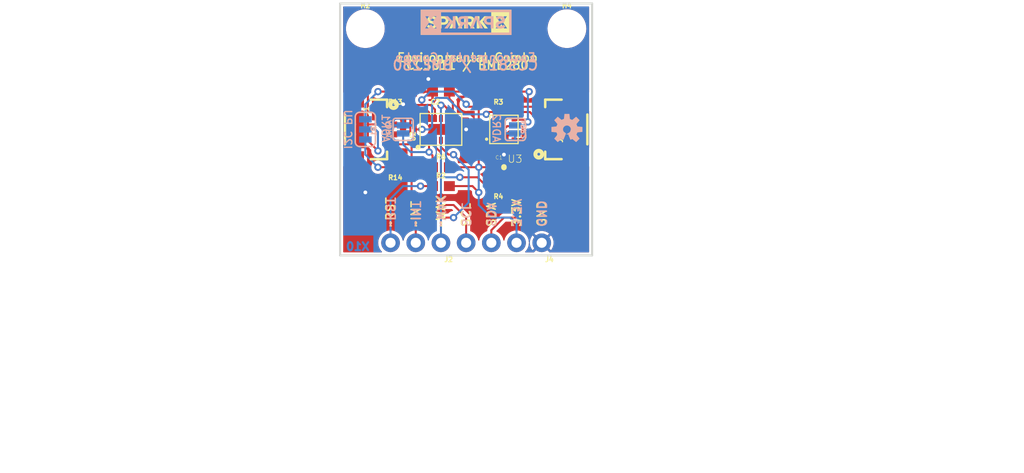
<source format=kicad_pcb>
(kicad_pcb (version 20211014) (generator pcbnew)
  (layers (0 "F.Cu" signal) (31 "B.Cu" signal) (34 "B.Paste" user) (35 "F.Paste" user) (36 "B.SilkS" user "B.Silkscreen") (37 "F.SilkS" user "F.Silkscreen") (38 "B.Mask" user) (39 "F.Mask" user) (44 "Edge.Cuts" user))
  (net 0 "")
  (net 1 "GND")
  (net 2 "SCL")
  (net 3 "SDA")
  (net 4 "3.3V")
  (net 5 "~{RST}")
  (net 6 "CCS811_ADDR")
  (net 7 "~{INT}")
  (net 8 "~{WAKE}")
  (net 9 "NTC_SENSE")
  (net 10 "N$4")
  (net 11 "N$5")
  (net 12 "SDO/ADR")
  (footprint "eagleBoard:1X04_1MM_RA" (layer "F.Cu") (at 156.1211 105.0036 90)
    (fp_text reference "J3" (at -1.397 2.159 90) (layer "F.SilkS") (effects (font (size 0.48768 0.48768) (thickness 0.12192)) (justify left bottom)))
    (fp_text value "JST")
    (fp_line (start -3 2) (end -3 0.35) (layer "F.SilkS") (width 0.254))
    (fp_line (start -3 0.35) (end -2.25 0.35) (layer "F.SilkS") (width 0.254))
    (fp_line (start -1.5 4.6) (end 1.5 4.6) (layer "F.SilkS") (width 0.254))
    (fp_line (start 2.25 0.35) (end 3 0.35) (layer "F.SilkS") (width 0.254))
    (fp_line (start 3 0.35) (end 3 2) (layer "F.SilkS") (width 0.254))
    (fp_circle (center -2.5 -0.3) (end -2.3586 -0.3) (layer "F.SilkS") (width 0.4) (fill none))
    (pad "1" smd rect (at -1.5 0 90) (size 0.6 1.35) (layers "F.Cu" "F.Paste" "F.Mask") (net 1 "GND"))
    (pad "2" smd rect (at -0.5 0 90) (size 0.6 1.35) (layers "F.Cu" "F.Paste" "F.Mask") (net 4 "3.3V"))
    (pad "3" smd rect (at 0.5 0 90) (size 0.6 1.35) (layers "F.Cu" "F.Paste" "F.Mask") (net 3 "SDA"))
    (pad "4" smd rect (at 1.5 0 90) (size 0.6 1.35) (layers "F.Cu" "F.Paste" "F.Mask") (net 2 "SCL"))
    (pad "NC1" smd rect (at 2.8 3.675 90) (size 1.2 2) (layers "F.Cu" "F.Paste" "F.Mask"))
    (pad "NC2" smd rect (at -2.8 3.675 90) (size 1.2 2) (layers "F.Cu" "F.Paste" "F.Mask"))
  )
  (footprint "eagleBoard:0603" (layer "F.Cu") (at 142.1511 101.1936 180)
    (fp_text reference "R13" (at 0 -0.762 180) (layer "F.SilkS") (effects (font (size 0.48768 0.48768) (thickness 0.12192)) (justify right top)))
    (fp_text value "4.7k")
    (pad "1" smd rect (at -0.85 0 180) (size 1.1 1) (layers "F.Cu" "F.Paste" "F.Mask") (net 3 "SDA"))
    (pad "2" smd rect (at 0.85 0 180) (size 1.1 1) (layers "F.Cu" "F.Paste" "F.Mask") (net 10 "N$4"))
  )
  (footprint "eagleBoard:CREATIVE_COMMONS" (layer "F.Cu") (at 121.8311 139.2936)
    (fp_text reference "FRAME1" hide)
    (fp_text value "FRAME-LETTER" hide)
  )
  (footprint "eagleBoard:0603-CAP" (layer "F.Cu") (at 152.3111 108.8136)
    (fp_text reference "C1" (at -0.889 -0.762) (layer "F.SilkS") (effects (font (size 0.373888 0.373888) (thickness 0.032512)) (justify left bottom)))
    (fp_text value "0.1uF")
    (fp_line (start 0 -0.0305) (end 0 0.0305) (layer "F.SilkS") (width 0.5588))
    (pad "1" smd rect (at -0.85 0) (size 1.1 1) (layers "F.Cu" "F.Paste" "F.Mask") (net 4 "3.3V"))
    (pad "2" smd rect (at 0.85 0) (size 1.1 1) (layers "F.Cu" "F.Paste" "F.Mask") (net 1 "GND"))
  )
  (footprint "eagleBoard:STAND-OFF" (layer "F.Cu") (at 158.6611 94.8436)
    (fp_text reference "H4" (at 0 -2.032) (layer "F.SilkS") (effects (font (size 0.48768 0.48768) (thickness 0.12192)) (justify bottom)))
    (fp_text value "STAND-OFF")
    (pad "" np_thru_hole circle (at 0 0) (size 3.302 3.302) (drill 3.302) (layers *.Cu *.Mask))
  )
  (footprint "eagleBoard:0603" (layer "F.Cu") (at 145.9611 110.7186)
    (fp_text reference "R2" (at 0 -0.762) (layer "F.SilkS") (effects (font (size 0.48768 0.48768) (thickness 0.12192)) (justify bottom)))
    (fp_text value "4.7k")
    (pad "1" smd rect (at -0.85 0) (size 1.1 1) (layers "F.Cu" "F.Paste" "F.Mask") (net 5 "~{RST}"))
    (pad "2" smd rect (at 0.85 0) (size 1.1 1) (layers "F.Cu" "F.Paste" "F.Mask") (net 4 "3.3V"))
  )
  (footprint "eagleBoard:LGA10" (layer "F.Cu") (at 145.9611 105.0036 90)
    (fp_text reference "U2" (at -1.27 -2.54 90) (layer "F.SilkS") (effects (font (size 0.48768 0.48768) (thickness 0.12192)) (justify left bottom)))
    (fp_text value "CCS811")
    (fp_line (start 1.6 -2.1) (end -1.6 -2.1) (layer "F.SilkS") (width 0.127))
    (fp_line (start 1.6 2.1) (end 1.6 -2.1) (layer "F.SilkS") (width 0.127))
    (fp_line (start -1.6 2.1) (end 1.6 2.1) (layer "F.SilkS") (width 0.127))
    (fp_line (start -1.6 -2.1) (end -1.6 2.1) (layer "F.SilkS") (width 0.127))
    (fp_circle (center -1.8 -2.3) (end -1.672525 -2.3) (layer "F.SilkS") (width 0.25495) (fill solid))
    (pad "1" smd rect (at -1.1 -1.2 90) (size 0.7 0.4) (layers "F.Cu" "F.Paste" "F.Mask") (net 6 "CCS811_ADDR"))
    (pad "2" smd rect (at -1.1 -0.6 90) (size 0.7 0.4) (layers "F.Cu" "F.Paste" "F.Mask") (net 5 "~{RST}"))
    (pad "3" smd rect (at -1.1 0 90) (size 0.7 0.4) (layers "F.Cu" "F.Paste" "F.Mask") (net 7 "~{INT}"))
    (pad "4" smd rect (at -1.1 0.6 90) (size 0.7 0.4) (layers "F.Cu" "F.Paste" "F.Mask") (net 9 "NTC_SENSE"))
    (pad "5" smd rect (at -1.1 1.2 90) (size 0.7 0.4) (layers "F.Cu" "F.Paste" "F.Mask") (net 9 "NTC_SENSE"))
    (pad "6" smd rect (at 1.1 1.2 270) (size 0.7 0.4) (layers "F.Cu" "F.Paste" "F.Mask") (net 4 "3.3V"))
    (pad "7" smd rect (at 1.1 0.6 270) (size 0.7 0.4) (layers "F.Cu" "F.Paste" "F.Mask") (net 8 "~{WAKE}"))
    (pad "8" smd rect (at 1.1 0 270) (size 0.7 0.4) (layers "F.Cu" "F.Paste" "F.Mask"))
    (pad "9" smd rect (at 1.1 -0.6 270) (size 0.7 0.4) (layers "F.Cu" "F.Paste" "F.Mask") (net 3 "SDA"))
    (pad "10" smd rect (at 1.1 -1.2 270) (size 0.7 0.4) (layers "F.Cu" "F.Paste" "F.Mask") (net 2 "SCL"))
    (pad "EP" smd rect (at 0 0 90) (size 1.1 2.45) (layers "F.Cu") (net 1 "GND"))
  )
  (footprint "eagleBoard:1X03_NO_SILK" (layer "F.Cu") (at 145.9611 116.4336 180)
    (fp_text reference "J2" (at -1.27 -1.397 180) (layer "F.SilkS") (effects (font (size 0.48768 0.48768) (thickness 0.12192)) (justify right top)))
    (fp_text value "CCS811 Options")
    (pad "1" thru_hole circle (at 0 0 270) (size 1.8796 1.8796) (drill 1.016) (layers *.Cu *.Mask) (net 8 "~{WAKE}"))
    (pad "2" thru_hole circle (at 2.54 0 270) (size 1.8796 1.8796) (drill 1.016) (layers *.Cu *.Mask) (net 7 "~{INT}"))
    (pad "3" thru_hole circle (at 5.08 0 270) (size 1.8796 1.8796) (drill 1.016) (layers *.Cu *.Mask) (net 5 "~{RST}"))
  )
  (footprint "eagleBoard:SPARKX-MEDIUM" (layer "F.Cu") (at 148.5011 94.2086)
    (fp_text reference "U$1" hide)
    (fp_text value "SPARKX-LOGO4" hide)
    (fp_poly (pts (xy 1.344596 -0.295634) (xy 1.064846 -0.295634) (xy 1.064846 -0.617646) (xy 1.344596 -0.617646)) (layer "F.SilkS") (width 0) (fill solid))
    (fp_poly (pts (xy -0.768357 -0.295634) (xy -1.305603 -0.295634) (xy -1.164592 -0.62679) (xy -0.909265 -0.62679)) (layer "F.SilkS") (width 0) (fill solid))
    (fp_poly (pts (xy -2.145499 -0.611403) (xy -2.052069 -0.588123) (xy -1.971014 -0.550421) (xy -1.903114 -0.500214) (xy -1.848543 -0.437616) (xy -1.808605 -0.364015) (xy -1.788713 -0.295634) (xy -2.099613 -0.295634) (xy -2.116482 -0.317948) (xy -2.18378 -0.352785) (xy -2.273523 -0.364418) (xy -2.476681 -0.364418) (xy -2.476681 -0.295634) (xy -2.757343 -0.295634) (xy -2.757343 -0.619478) (xy -2.251062 -0.619478)) (layer "F.SilkS") (width 0) (fill solid))
    (fp_poly (pts (xy -0.379228 0.618562) (xy -0.672701 0.618562) (xy -1.040587 -0.283936) (xy -1.408473 0.618562) (xy -1.69463 0.618562) (xy -1.301346 -0.305634) (xy -0.772612 -0.305634)) (layer "F.SilkS") (width 0) (fill solid))
    (fp_poly (pts (xy -3.63614 -0.28381) (xy -3.63614 -0.281243) (xy -3.625594 -0.231145) (xy -3.586256 -0.193557) (xy -3.506021 -0.161102) (xy -3.375421 -0.124571) (xy -3.20837 -0.069497) (xy -3.084773 0.004288) (xy -3.039813 0.051736) (xy -3.007425 0.106786) (xy -2.98779 0.171058) (xy -2.981431 0.246677) (xy -2.981431 0.254442) (xy -2.989734 0.340975) (xy -3.014776 0.418156) (xy -3.054999 0.484064) (xy -3.108523 0.538825) (xy -3.174819 0.581443) (xy -3.251936 0.612864) (xy -3.339283 0.632345) (xy -3.435454 0.638692) (xy -3.575258 0.62643) (xy -3.712363 0.589929) (xy -3.841957 0.528456) (xy -3.962905 0.437932) (xy -3.797445 0.239191) (xy -3.70858 0.303299) (xy -3.621793 0.350171) (xy -3.529975 0.379937) (xy -3.429933 0.389994) (xy -3.35618 0.382097) (xy -3.302034 0.35971) (xy -3.268752 0.325074) (xy -3.257521 0.278298) (xy -3.257521 0.275769) (xy -3.267162 0.231061) (xy -3.302086 0.195266) (xy -3.376797 0.161061) (xy -3.501746 0.12458) (xy -3.671424 0.073219) (xy -3.800513 0.00314) (xy -3.847977 -0.043804) (xy -3.883465 -0.101229) (xy -3.90566 -0.17153) (xy -3.913146 -0.255809) (xy -3.913146 -0.259925) (xy -3.908835 -0.305634) (xy -3.631093 -0.305634)) (layer "F.SilkS") (width 0) (fill solid))
    (fp_poly (pts (xy 2.973067 0.608562) (xy 3.267199 0.608562) (xy 3.54697 0.183826) (xy 3.824894 0.608562) (xy 4.130023 0.608562) (xy 3.795558 0.11824) (xy 4.577 0.11824) (xy 4.577 1.270528) (xy 2.441934 1.270528) (xy 2.441934 1.025528) (xy 2.524231 1.025528) (xy 2.524231 0.11824) (xy 3.309564 0.11824)) (layer "F.SilkS") (width 0) (fill solid))
    (fp_poly (pts (xy 1.344596 -0.089545) (xy 1.545187 -0.305634) (xy 1.874867 -0.305634) (xy 1.669821 -0.091935) (xy 2.195332 0.618562) (xy 1.859174 0.618562) (xy 1.480797 0.099201) (xy 1.344596 0.240675) (xy 1.344596 0.618562) (xy 1.064846 0.618562) (xy 1.064846 -0.305634) (xy 1.344596 -0.305634)) (layer "F.SilkS") (width 0) (fill solid))
    (fp_poly (pts (xy -2.476681 0.000487) (xy -2.268076 0.000487) (xy -2.179495 -0.012423) (xy -2.113916 -0.051299) (xy -2.073186 -0.109683) (xy -2.059656 -0.180607) (xy -2.059656 -0.183345) (xy -2.07389 -0.261685) (xy -2.107186 -0.305634) (xy -1.791612 -0.305634) (xy -1.784441 -0.28073) (xy -1.77625 -0.189505) (xy -1.77625 -0.16442) (xy -1.778857 -0.169639) (xy -1.786895 -0.086136) (xy -1.816007 0.002126) (xy -1.862432 0.077275) (xy -1.923461 0.139229) (xy -1.997168 0.187031) (xy -2.082436 0.221506) (xy -2.177086 0.2422) (xy -2.277599 0.249143) (xy -2.477596 0.249143) (xy -2.477596 0.616734) (xy -2.757343 0.616734) (xy -2.757343 -0.305634) (xy -2.476681 -0.305634)) (layer "F.SilkS") (width 0) (fill solid))
    (fp_poly (pts (xy 0.467247 -0.610908) (xy 0.559405 -0.590713) (xy 0.639462 -0.556901) (xy 0.707412 -0.509438) (xy 0.761528 -0.449759) (xy 0.800081 -0.379455) (xy 0.823889 -0.295634) (xy 0.513044 -0.295634) (xy 0.49326 -0.321553) (xy 0.427917 -0.353583) (xy 0.339846 -0.364418) (xy 0.077237 -0.364418) (xy 0.077237 -0.295634) (xy -0.202509 -0.295634) (xy -0.202509 -0.617646) (xy 0.363177 -0.617646)) (layer "F.SilkS") (width 0) (fill solid))
    (fp_poly (pts (xy 0.077237 -0.022375) (xy 0.345303 -0.022375) (xy 0.432552 -0.034292) (xy 0.495867 -0.068766) (xy 0.534478 -0.122507) (xy 0.547296 -0.191568) (xy 0.547296 -0.193407) (xy 0.533775 -0.268583) (xy 0.505388 -0.305634) (xy 0.820956 -0.305634) (xy 0.823121 -0.298646) (xy 0.830703 -0.207776) (xy 0.830703 -0.203573) (xy 0.812152 -0.067471) (xy 0.756624 0.041423) (xy 0.671694 0.123367) (xy 0.569647 0.177363) (xy 0.871762 0.618562) (xy 0.544141 0.618562) (xy 0.281707 0.226284) (xy 0.077237 0.226284) (xy 0.077237 0.618562) (xy -0.202509 0.618562) (xy -0.202509 -0.305634) (xy 0.077237 -0.305634)) (layer "F.SilkS") (width 0) (fill solid))
    (fp_poly (pts (xy -3.164101 -0.264097) (xy -3.239432 -0.305634) (xy -3.135518 -0.305634)) (layer "F.SilkS") (width 0) (fill solid))
    (fp_poly (pts (xy -3.350864 -0.623897) (xy -3.231664 -0.593614) (xy -3.122681 -0.544594) (xy -3.018757 -0.474993) (xy -3.142402 -0.295634) (xy -3.221295 -0.295634) (xy -3.328541 -0.354727) (xy -3.406214 -0.378309) (xy -3.483831 -0.386332) (xy -3.551059 -0.378465) (xy -3.598739 -0.356196) (xy -3.626802 -0.323794) (xy -3.63342 -0.295634) (xy -3.909783 -0.295634) (xy -3.905449 -0.341086) (xy -3.88163 -0.413579) (xy -3.843373 -0.476992) (xy -3.792562 -0.531416) (xy -3.729539 -0.574971) (xy -3.655543 -0.607348) (xy -3.572421 -0.627359) (xy -3.48111 -0.634121)) (layer "F.SilkS") (width 0) (fill solid))
    (fp_poly (pts (xy 1.865272 -0.295634) (xy 1.535904 -0.295634) (xy 1.834847 -0.617646) (xy 2.174284 -0.617646)) (layer "F.SilkS") (width 0) (fill solid))
    (fp_poly (pts (xy 4.577 0.12824) (xy 3.80238 0.12824) (xy 3.705494 -0.013718) (xy 4.111722 -0.607646) (xy 3.817585 -0.607646) (xy 3.555172 -0.205715) (xy 3.294607 -0.607646) (xy 2.991304 -0.607646) (xy 3.397564 -0.010046) (xy 3.302701 0.12824) (xy 2.524231 0.12824) (xy 2.524231 -1.025528) (xy -4.332 -1.025528) (xy -4.332 1.025528) (xy 2.451934 1.025528) (xy 2.451934 1.270528) (xy -4.577 1.270528) (xy -4.577 -1.270528) (xy 4.577 -1.270528)) (layer "F.SilkS") (width 0) (fill solid))
  )
  (footprint "eagleBoard:STAND-OFF" (layer "F.Cu") (at 138.3411 94.8436)
    (fp_text reference "H2" (at 0 -2.032) (layer "F.SilkS") (effects (font (size 0.48768 0.48768) (thickness 0.12192)) (justify bottom)))
    (fp_text value "STAND-OFF")
    (pad "" np_thru_hole circle (at 0 0) (size 3.302 3.302) (drill 3.302) (layers *.Cu *.Mask))
  )
  (footprint "eagleBoard:0603" (layer "F.Cu") (at 145.9611 108.8136)
    (fp_text reference "R6" (at 0 -0.762) (layer "F.SilkS") (effects (font (size 0.48768 0.48768) (thickness 0.12192)) (justify bottom)))
    (fp_text value "100k")
    (pad "1" smd rect (at -0.85 0) (size 1.1 1) (layers "F.Cu" "F.Paste" "F.Mask") (net 6 "CCS811_ADDR"))
    (pad "2" smd rect (at 0.85 0) (size 1.1 1) (layers "F.Cu" "F.Paste" "F.Mask") (net 4 "3.3V"))
  )
  (footprint "eagleBoard:1X04_NO_SILK" (layer "F.Cu") (at 156.1211 116.4336 180)
    (fp_text reference "J4" (at -1.27 -1.397 180) (layer "F.SilkS") (effects (font (size 0.48768 0.48768) (thickness 0.12192)) (justify right top)))
    (fp_text value "PTH")
    (pad "1" thru_hole circle (at 0 0 270) (size 1.8796 1.8796) (drill 1.016) (layers *.Cu *.Mask) (net 1 "GND"))
    (pad "2" thru_hole circle (at 2.54 0 270) (size 1.8796 1.8796) (drill 1.016) (layers *.Cu *.Mask) (net 4 "3.3V"))
    (pad "3" thru_hole circle (at 5.08 0 270) (size 1.8796 1.8796) (drill 1.016) (layers *.Cu *.Mask) (net 3 "SDA"))
    (pad "4" thru_hole circle (at 7.62 0 270) (size 1.8796 1.8796) (drill 1.016) (layers *.Cu *.Mask) (net 2 "SCL"))
  )
  (footprint "eagleBoard:1X04_1MM_RA" (layer "F.Cu") (at 140.8811 105.0036 -90)
    (fp_text reference "J1" (at -1.397 2.159 -90) (layer "F.SilkS") (effects (font (size 0.48768 0.48768) (thickness 0.12192)) (justify left bottom)))
    (fp_text value "JST")
    (fp_line (start -1.5 4.6) (end 1.5 4.6) (layer "F.SilkS") (width 0.254))
    (fp_line (start 2.25 0.35) (end 3 0.35) (layer "F.SilkS") (width 0.254))
    (fp_line (start -3 2) (end -3 0.35) (layer "F.SilkS") (width 0.254))
    (fp_line (start -3 0.35) (end -2.25 0.35) (layer "F.SilkS") (width 0.254))
    (fp_line (start 3 0.35) (end 3 2) (layer "F.SilkS") (width 0.254))
    (fp_circle (center -2.5 -0.3) (end -2.3586 -0.3) (layer "F.SilkS") (width 0.4) (fill none))
    (pad "1" smd rect (at -1.5 0 270) (size 0.6 1.35) (layers "F.Cu" "F.Paste" "F.Mask") (net 1 "GND"))
    (pad "2" smd rect (at -0.5 0 270) (size 0.6 1.35) (layers "F.Cu" "F.Paste" "F.Mask") (net 4 "3.3V"))
    (pad "3" smd rect (at 0.5 0 270) (size 0.6 1.35) (layers "F.Cu" "F.Paste" "F.Mask") (net 3 "SDA"))
    (pad "4" smd rect (at 1.5 0 270) (size 0.6 1.35) (layers "F.Cu" "F.Paste" "F.Mask") (net 2 "SCL"))
    (pad "NC1" smd rect (at 2.8 3.675 270) (size 1.2 2) (layers "F.Cu" "F.Paste" "F.Mask"))
    (pad "NC2" smd rect (at -2.8 3.675 270) (size 1.2 2) (layers "F.Cu" "F.Paste" "F.Mask"))
  )
  (footprint "eagleBoard:0603" (layer "F.Cu") (at 142.1511 108.8136 180)
    (fp_text reference "R14" (at 0 -0.762 180) (layer "F.SilkS") (effects (font (size 0.48768 0.48768) (thickness 0.12192)) (justify right top)))
    (fp_text value "4.7k")
    (pad "1" smd rect (at -0.85 0 180) (size 1.1 1) (layers "F.Cu" "F.Paste" "F.Mask") (net 2 "SCL"))
    (pad "2" smd rect (at 0.85 0 180) (size 1.1 1) (layers "F.Cu" "F.Paste" "F.Mask") (net 11 "N$5"))
  )
  (footprint "eagleBoard:0603" (layer "F.Cu") (at 152.3111 101.1936 180)
    (fp_text reference "R3" (at 0 -0.762 180) (layer "F.SilkS") (effects (font (size 0.48768 0.48768) (thickness 0.12192)) (justify right top)))
    (fp_text value "100k")
    (pad "1" smd rect (at -0.85 0 180) (size 1.1 1) (layers "F.Cu" "F.Paste" "F.Mask") (net 12 "SDO/ADR"))
    (pad "2" smd rect (at 0.85 0 180) (size 1.1 1) (layers "F.Cu" "F.Paste" "F.Mask") (net 4 "3.3V"))
  )
  (footprint "eagleBoard:0603" (layer "F.Cu") (at 152.3111 110.7186 180)
    (fp_text reference "R4" (at 0 -0.762 180) (layer "F.SilkS") (effects (font (size 0.48768 0.48768) (thickness 0.12192)) (justify right top)))
    (fp_text value "100k")
    (pad "1" smd rect (at -0.85 0 180) (size 1.1 1) (layers "F.Cu" "F.Paste" "F.Mask") (net 1 "GND"))
    (pad "2" smd rect (at 0.85 0 180) (size 1.1 1) (layers "F.Cu" "F.Paste" "F.Mask") (net 8 "~{WAKE}"))
  )
  (footprint "eagleBoard:BME280_LGA" (layer "F.Cu") (at 152.3111 105.0036 180)
    (fp_text reference "U3" (at -1.905 -2.54 180) (layer "F.SilkS") (effects (font (size 0.747776 0.747776) (thickness 0.065024)) (justify right top)))
    (fp_text value "")
    (fp_line (start 1.42875 -1.42875) (end 1.42875 1.42875) (layer "F.SilkS") (width 0.127))
    (fp_line (start -1.42875 1.42875) (end -1.42875 -1.42875) (layer "F.SilkS") (width 0.127))
    (fp_line (start -1.42875 -1.42875) (end 1.42875 -1.42875) (layer "F.SilkS") (width 0.127))
    (fp_line (start 1.42875 1.42875) (end -1.42875 1.42875) (layer "F.SilkS") (width 0.127))
    (fp_circle (center 1.74625 -0.98425) (end 1.78435 -0.98425) (layer "F.SilkS") (width 0.127) (fill none))
    (fp_circle (center 1.74625 -0.98425) (end 1.825625 -0.98425) (layer "F.SilkS") (width 0.127) (fill none))
    (pad "1" smd rect (at 1.025 -0.975 180) (size 0.5 0.35) (layers "F.Cu" "F.Paste" "F.Mask") (net 1 "GND"))
    (pad "2" smd rect (at 1.025 -0.325 180) (size 0.5 0.35) (layers "F.Cu" "F.Paste" "F.Mask") (net 4 "3.3V"))
    (pad "3" smd rect (at 1.025 0.325 180) (size 0.5 0.35) (layers "F.Cu" "F.Paste" "F.Mask") (net 3 "SDA"))
    (pad "4" smd rect (at 1.025 0.975 180) (size 0.5 0.35) (layers "F.Cu" "F.Paste" "F.Mask") (net 2 "SCL"))
    (pad "5" smd rect (at -1.025 0.975 180) (size 0.5 0.35) (layers "F.Cu" "F.Paste" "F.Mask") (net 12 "SDO/ADR"))
    (pad "6" smd rect (at -1.025 0.325 180) (size 0.5 0.35) (layers "F.Cu" "F.Paste" "F.Mask") (net 4 "3.3V"))
    (pad "7" smd rect (at -1.025 -0.325 180) (size 0.5 0.35) (layers "F.Cu" "F.Paste" "F.Mask") (net 1 "GND"))
    (pad "8" smd rect (at -1.025 -0.975 180) (size 0.5 0.35) (layers "F.Cu" "F.Paste" "F.Mask") (net 4 "3.3V"))
  )
  (footprint "eagleBoard:FIDUCIAL-1X2" (layer "F.Cu") (at 137.0711 98.0186)
    (fp_text reference "FD1" hide)
    (fp_text value "FIDUCIAL1X2" hide)
    (pad "1" smd roundrect (at 0 0) (size 1 1) (layers "F.Cu" "F.Mask") (roundrect_rratio 0.5))
  )
  (footprint "eagleBoard:FIDUCIAL-1X2" (layer "F.Cu") (at 159.9311 116.4336)
    (fp_text reference "FD2" hide)
    (fp_text value "FIDUCIAL1X2" hide)
    (pad "1" smd roundrect (at 0 0) (size 1 1) (layers "F.Cu" "F.Mask") (roundrect_rratio 0.5))
  )
  (footprint "eagleBoard:0603" (layer "F.Cu") (at 145.9611 101.1936 180)
    (fp_text reference "C2" (at 0 -0.762 180) (layer "F.SilkS") (effects (font (size 0.48768 0.48768) (thickness 0.12192)) (justify right top)))
    (fp_text value "1.0uF")
    (pad "1" smd rect (at -0.85 0 180) (size 1.1 1) (layers "F.Cu" "F.Paste" "F.Mask") (net 4 "3.3V"))
    (pad "2" smd rect (at 0.85 0 180) (size 1.1 1) (layers "F.Cu" "F.Paste" "F.Mask") (net 1 "GND"))
  )
  (footprint "eagleBoard:OSHW-LOGO-S" (layer "B.Cu") (at 158.6611 105.0036 180)
    (fp_text reference "LOGO4" hide)
    (fp_text value "OSHW-LOGOS" hide)
    (fp_poly (pts (xy 0.301647 1.061351) (xy 0.42347 1.022344) (xy 0.537177 0.963769) (xy 0.92862 1.282946) (xy 1.282946 0.92862) (xy 0.961035 0.533823) (xy 1.057046 0.302084) (xy 1.5638 0.250561) (xy 1.5638 -0.250561) (xy 1.057046 -0.302084) (xy 0.961035 -0.533823) (xy 1.282946 -0.92862) (xy 0.92862 -1.282946) (xy 0.537177 -0.96377) (xy 0.356601 -1.056794) (xy 0.088679 -0.410073) (xy 0.326262 -0.2176) (xy 0.373649 -0.121468) (xy 0.392729 -0.010339) (xy 0.379464 0.101634) (xy 0.334947 0.205229) (xy 0.262842 0.291918) (xy 0.169087 0.354561) (xy 0.061406 0.387999) (xy -0.051342 0.38948) (xy -0.159868 0.358881) (xy -0.255234 0.298724) (xy -0.329589 0.213962) (xy -0.376813 0.111569) (xy -0.392176 0.005767) (xy -0.322923 -0.222565) (xy -0.249312 -0.303773) (xy 0.091677 -0.5081) (xy -0.12929 -0.5081) (xy -0.355332 -1.053732) (xy -0.506597 -0.983577) (xy -0.538922 -0.965192) (xy -0.92862 -1.282946) (xy -1.282946 -0.92862) (xy -0.961035 -0.533823) (xy -1.057046 -0.302084) (xy -1.5638 -0.250561) (xy -1.5638 0.250561) (xy -1.057046 0.302084) (xy -0.961035 0.533823) (xy -1.282946 0.92862) (xy -0.92862 1.282946) (xy -0.533823 0.961035) (xy -0.302084 1.057046) (xy -0.250561 1.5638) (xy 0.250561 1.5638)) (layer "B.SilkS") (width 0) (fill solid))
  )
  (footprint "eagleBoard:SPARKX-MEDIUM" (layer "B.Cu") (at 148.5011 94.2086 180)
    (fp_text reference "U$2" hide)
    (fp_text value "SPARKX-LOGO4" hide)
    (fp_poly (pts (xy 1.865272 0.295634) (xy 1.535904 0.295634) (xy 1.834847 0.617646) (xy 2.174284 0.617646)) (layer "B.SilkS") (width 0) (fill solid))
    (fp_poly (pts (xy -3.350864 0.623897) (xy -3.231664 0.593614) (xy -3.122681 0.544594) (xy -3.018757 0.474993) (xy -3.142402 0.295634) (xy -3.221295 0.295634) (xy -3.328541 0.354727) (xy -3.406214 0.378309) (xy -3.483831 0.386332) (xy -3.551059 0.378465) (xy -3.598739 0.356196) (xy -3.626802 0.323794) (xy -3.63342 0.295634) (xy -3.909783 0.295634) (xy -3.905449 0.341086) (xy -3.88163 0.413579) (xy -3.843373 0.476992) (xy -3.792562 0.531416) (xy -3.729539 0.574971) (xy -3.655543 0.607348) (xy -3.572421 0.627359) (xy -3.48111 0.634121)) (layer "B.SilkS") (width 0) (fill solid))
    (fp_poly (pts (xy 1.344596 0.295634) (xy 1.064846 0.295634) (xy 1.064846 0.617646) (xy 1.344596 0.617646)) (layer "B.SilkS") (width 0) (fill solid))
    (fp_poly (pts (xy 1.344596 0.089545) (xy 1.545187 0.305634) (xy 1.874867 0.305634) (xy 1.669821 0.091935) (xy 2.195332 -0.618562) (xy 1.859174 -0.618562) (xy 1.480797 -0.099201) (xy 1.344596 -0.240675) (xy 1.344596 -0.618562) (xy 1.064846 -0.618562) (xy 1.064846 0.305634) (xy 1.344596 0.305634)) (layer "B.SilkS") (width 0) (fill solid))
    (fp_poly (pts (xy -0.768357 0.295634) (xy -1.305603 0.295634) (xy -1.164592 0.62679) (xy -0.909265 0.62679)) (layer "B.SilkS") (width 0) (fill solid))
    (fp_poly (pts (xy -2.145499 0.611403) (xy -2.052069 0.588123) (xy -1.971014 0.550421) (xy -1.903114 0.500214) (xy -1.848543 0.437616) (xy -1.808605 0.364015) (xy -1.788713 0.295634) (xy -2.099613 0.295634) (xy -2.116482 0.317948) (xy -2.18378 0.352785) (xy -2.273523 0.364418) (xy -2.476681 0.364418) (xy -2.476681 0.295634) (xy -2.757343 0.295634) (xy -2.757343 0.619478) (xy -2.251062 0.619478)) (layer "B.SilkS") (width 0) (fill solid))
    (fp_poly (pts (xy -0.379228 -0.618562) (xy -0.672701 -0.618562) (xy -1.040587 0.283936) (xy -1.408473 -0.618562) (xy -1.69463 -0.618562) (xy -1.301346 0.305634) (xy -0.772612 0.305634)) (layer "B.SilkS") (width 0) (fill solid))
    (fp_poly (pts (xy 4.577 -0.12824) (xy 3.80238 -0.12824) (xy 3.705494 0.013718) (xy 4.111722 0.607646) (xy 3.817585 0.607646) (xy 3.555172 0.205715) (xy 3.294607 0.607646) (xy 2.991304 0.607646) (xy 3.397564 0.010046) (xy 3.302701 -0.12824) (xy 2.524231 -0.12824) (xy 2.524231 1.025528) (xy -4.332 1.025528) (xy -4.332 -1.025528) (xy 2.451934 -1.025528) (xy 2.451934 -1.270528) (xy -4.577 -1.270528) (xy -4.577 1.270528) (xy 4.577 1.270528)) (layer "B.SilkS") (width 0) (fill solid))
    (fp_poly (pts (xy 2.973067 -0.608562) (xy 3.267199 -0.608562) (xy 3.54697 -0.183826) (xy 3.824894 -0.608562) (xy 4.130023 -0.608562) (xy 3.795558 -0.11824) (xy 4.577 -0.11824) (xy 4.577 -1.270528) (xy 2.441934 -1.270528) (xy 2.441934 -1.025528) (xy 2.524231 -1.025528) (xy 2.524231 -0.11824) (xy 3.309564 -0.11824)) (layer "B.SilkS") (width 0) (fill solid))
    (fp_poly (pts (xy 0.077237 0.022375) (xy 0.345303 0.022375) (xy 0.432552 0.034292) (xy 0.495867 0.068766) (xy 0.534478 0.122507) (xy 0.547296 0.191568) (xy 0.547296 0.193407) (xy 0.533775 0.268583) (xy 0.505388 0.305634) (xy 0.820956 0.305634) (xy 0.823121 0.298646) (xy 0.830703 0.207776) (xy 0.830703 0.203573) (xy 0.812152 0.067471) (xy 0.756624 -0.041423) (xy 0.671694 -0.123367) (xy 0.569647 -0.177363) (xy 0.871762 -0.618562) (xy 0.544141 -0.618562) (xy 0.281707 -0.226284) (xy 0.077237 -0.226284) (xy 0.077237 -0.618562) (xy -0.202509 -0.618562) (xy -0.202509 0.305634) (xy 0.077237 0.305634)) (layer "B.SilkS") (width 0) (fill solid))
    (fp_poly (pts (xy -3.164101 0.264097) (xy -3.239432 0.305634) (xy -3.135518 0.305634)) (layer "B.SilkS") (width 0) (fill solid))
    (fp_poly (pts (xy -3.63614 0.28381) (xy -3.63614 0.281243) (xy -3.625594 0.231145) (xy -3.586256 0.193557) (xy -3.506021 0.161102) (xy -3.375421 0.124571) (xy -3.20837 0.069497) (xy -3.084773 -0.004288) (xy -3.039813 -0.051736) (xy -3.007425 -0.106786) (xy -2.98779 -0.171058) (xy -2.981431 -0.246677) (xy -2.981431 -0.254442) (xy -2.989734 -0.340975) (xy -3.014776 -0.418156) (xy -3.054999 -0.484064) (xy -3.108523 -0.538825) (xy -3.174819 -0.581443) (xy -3.251936 -0.612864) (xy -3.339283 -0.632345) (xy -3.435454 -0.638692) (xy -3.575258 -0.62643) (xy -3.712363 -0.589929) (xy -3.841957 -0.528456) (xy -3.962905 -0.437932) (xy -3.797445 -0.239191) (xy -3.70858 -0.303299) (xy -3.621793 -0.350171) (xy -3.529975 -0.379937) (xy -3.429933 -0.389994) (xy -3.35618 -0.382097) (xy -3.302034 -0.35971) (xy -3.268752 -0.325074) (xy -3.257521 -0.278298) (xy -3.257521 -0.275769) (xy -3.267162 -0.231061) (xy -3.302086 -0.195266) (xy -3.376797 -0.161061) (xy -3.501746 -0.12458) (xy -3.671424 -0.073219) (xy -3.800513 -0.00314) (xy -3.847977 0.043804) (xy -3.883465 0.101229) (xy -3.90566 0.17153) (xy -3.913146 0.255809) (xy -3.913146 0.259925) (xy -3.908835 0.305634) (xy -3.631093 0.305634)) (layer "B.SilkS") (width 0) (fill solid))
    (fp_poly (pts (xy -2.476681 -0.000487) (xy -2.268076 -0.000487) (xy -2.179495 0.012423) (xy -2.113916 0.051299) (xy -2.073186 0.109683) (xy -2.059656 0.180607) (xy -2.059656 0.183345) (xy -2.07389 0.261685) (xy -2.107186 0.305634) (xy -1.791612 0.305634) (xy -1.784441 0.28073) (xy -1.77625 0.189505) (xy -1.77625 0.16442) (xy -1.778857 0.169639) (xy -1.786895 0.086136) (xy -1.816007 -0.002126) (xy -1.862432 -0.077275) (xy -1.923461 -0.139229) (xy -1.997168 -0.187031) (xy -2.082436 -0.221506) (xy -2.177086 -0.2422) (xy -2.277599 -0.249143) (xy -2.477596 -0.249143) (xy -2.477596 -0.616734) (xy -2.757343 -0.616734) (xy -2.757343 0.305634) (xy -2.476681 0.305634)) (layer "B.SilkS") (width 0) (fill solid))
    (fp_poly (pts (xy 0.467247 0.610908) (xy 0.559405 0.590713) (xy 0.639462 0.556901) (xy 0.707412 0.509438) (xy 0.761528 0.449759) (xy 0.800081 0.379455) (xy 0.823889 0.295634) (xy 0.513044 0.295634) (xy 0.49326 0.321553) (xy 0.427917 0.353583) (xy 0.339846 0.364418) (xy 0.077237 0.364418) (xy 0.077237 0.295634) (xy -0.202509 0.295634) (xy -0.202509 0.617646) (xy 0.363177 0.617646)) (layer "B.SilkS") (width 0) (fill solid))
  )
  (footprint "eagleBoard:SMT-JUMPER_3_2-NC_TRACE_SILK" (layer "B.Cu") (at 138.3411 105.0036 90)
    (fp_text reference "JP1" (at 0 1.143 270) (layer "B.SilkS") (effects (font (size 0.48768 0.48768) (thickness 0.12192)) (justify bottom mirror)))
    (fp_text value "")
    (fp_line (start 0 0) (end 1.016 0) (layer "B.Cu") (width 0.254))
    (fp_line (start 0 0) (end -1.016 0) (layer "B.Cu") (width 0.254))
    (fp_line (start 1.27 -1.016) (end -1.27 -1.016) (layer "B.SilkS") (width 0.1524))
    (fp_line (start -1.27 1.016) (end 1.27 1.016) (layer "B.SilkS") (width 0.1524))
    (fp_line (start 1.7272 -0.5588) (end 1.7272 0.5588) (layer "B.SilkS") (width 0.1524))
    (fp_line (start -1.7272 -0.5588) (end -1.7272 0.5588) (layer "B.SilkS") (width 0.1524))
    (fp_arc (start 1.7272 0.5588) (mid 1.593289 0.882089) (end 1.27 1.016) (layer "B.SilkS") (width 0.1524))
    (fp_arc (start 1.27 -1.016) (mid 1.593289 -0.882089) (end 1.7272 -0.5588) (layer "B.SilkS") (width 0.1524))
    (fp_arc (start -1.7272 -0.5588) (mid -1.593289 -0.882089) (end -1.27 -1.016) (layer "B.SilkS") (width 0.1524))
    (fp_arc (start -1.27 1.016) (mid -1.593289 0.882089) (end -1.7272 0.5588) (layer "B.SilkS") (width 0.1524))
    (pad "1" smd rect (at -1.016 0 90) (size 0.635 1.27) (layers "B.Cu" "B.Mask") (net 11 "N$5"))
    (pad "2" smd rect (at 0 0 90) (size 0.635 1.27) (layers "B.Cu" "B.Mask") (net 4 "3.3V"))
    (pad "3" smd rect (at 1.016 0 90) (size 0.635 1.27) (layers "B.Cu" "B.Mask") (net 10 "N$4"))
  )
  (footprint "eagleBoard:SMT-JUMPER_2_NO_SILK" (layer "B.Cu") (at 142.1511 105.0036 -90)
    (fp_text reference "ADR1" (at 0 1.143 90) (layer "B.SilkS") (effects (font (size 0.48768 0.48768) (thickness 0.12192)) (justify bottom mirror)))
    (fp_text value "")
    (fp_line (start -1.1176 -0.762) (end -1.1176 0.762) (layer "B.SilkS") (width 0.1524))
    (fp_line (start -0.8636 1.016) (end 0.8636 1.016) (layer "B.SilkS") (width 0.1524))
    (fp_line (start 1.1176 -0.762) (end 1.1176 0.762) (layer "B.SilkS") (width 0.1524))
    (fp_line (start 0.8636 -1.016) (end -0.8636 -1.016) (layer "B.SilkS") (width 0.1524))
    (fp_arc (start -0.8636 1.016) (mid -1.043205 0.941605) (end -1.1176 0.762) (layer "B.SilkS") (width 0.1524))
    (fp_arc (start 0.8636 -1.016) (mid 1.043205 -0.941605) (end 1.1176 -0.762) (layer "B.SilkS") (width 0.1524))
    (fp_arc (start -1.1176 -0.762) (mid -1.043205 -0.941605) (end -0.8636 -1.016) (layer "B.SilkS") (width 0.1524))
    (fp_arc (start 1.1176 0.762) (mid 1.043205 0.941605) (end 0.8636 1.016) (layer "B.SilkS") (width 0.1524))
    (pad "1" smd rect (at -0.4064 0 270) (size 0.635 1.27) (layers "B.Cu" "B.Mask") (net 1 "GND"))
    (pad "2" smd rect (at 0.4064 0 270) (size 0.635 1.27) (layers "B.Cu" "B.Mask") (net 6 "CCS811_ADDR"))
  )
  (footprint "eagleBoard:SMT-JUMPER_2_NO_SILK" (layer "B.Cu") (at 153.4541 105.0036 90)
    (fp_text reference "ADR2" (at 0 1.143 270) (layer "B.SilkS") (effects (font (size 0.48768 0.48768) (thickness 0.12192)) (justify bottom mirror)))
    (fp_text value "")
    (fp_line (start -0.8636 1.016) (end 0.8636 1.016) (layer "B.SilkS") (width 0.1524))
    (fp_line (start 1.1176 -0.762) (end 1.1176 0.762) (layer "B.SilkS") (width 0.1524))
    (fp_line (start 0.8636 -1.016) (end -0.8636 -1.016) (layer "B.SilkS") (width 0.1524))
    (fp_line (start -1.1176 -0.762) (end -1.1176 0.762) (layer "B.SilkS") (width 0.1524))
    (fp_arc (start 0.8636 -1.016) (mid 1.043205 -0.941605) (end 1.1176 -0.762) (layer "B.SilkS") (width 0.1524))
    (fp_arc (start -1.1176 -0.762) (mid -1.043205 -0.941605) (end -0.8636 -1.016) (layer "B.SilkS") (width 0.1524))
    (fp_arc (start -0.8636 1.016) (mid -1.043205 0.941605) (end -1.1176 0.762) (layer "B.SilkS") (width 0.1524))
    (fp_arc (start 1.1176 0.762) (mid 1.043205 0.941605) (end 0.8636 1.016) (layer "B.SilkS") (width 0.1524))
    (pad "1" smd rect (at -0.4064 0 90) (size 0.635 1.27) (layers "B.Cu" "B.Mask") (net 1 "GND"))
    (pad "2" smd rect (at 0.4064 0 90) (size 0.635 1.27) (layers "B.Cu" "B.Mask") (net 12 "SDO/ADR"))
  )
  (gr_line (start 161.2011 92.3036) (end 161.2011 117.7036) (layer "Edge.Cuts") (width 0.2032))
  (gr_line (start 135.8011 117.7036) (end 135.8011 92.3036) (layer "Edge.Cuts") (width 0.2032))
  (gr_line (start 135.8011 92.3036) (end 161.2011 92.3036) (layer "Edge.Cuts") (width 0.2032))
  (gr_line (start 161.2011 117.7036) (end 135.8011 117.7036) (layer "Edge.Cuts") (width 0.2032))
  (gr_text "X10" (at 137.5791 116.8146) (layer "B.Cu") (effects (font (size 0.8128 0.8128) (thickness 0.2032)) (justify mirror)))
  (gr_text "I2C PU" (at 136.5631 105.0036 -90) (layer "B.SilkS") (effects (font (size 0.75565 0.75565) (thickness 0.13335)) (justify mirror)))
  (gr_text "ADR2" (at 151.5491 104.8766 -90) (layer "B.SilkS") (effects (font (size 0.75565 0.75565) (thickness 0.13335)) (justify mirror)))
  (gr_text "GND" (at 156.1211 114.9096 -90) (layer "B.SilkS") (effects (font (size 0.8636 0.8636) (thickness 0.1524)) (justify left mirror)))
  (gr_text "CCS811 / BME280" (at 148.4249 98.5266) (layer "B.SilkS") (effects (font (size 1.025525 1.025525) (thickness 0.180975)) (justify mirror)))
  (gr_text "~INT" (at 143.4211 114.9096 -90) (layer "B.SilkS") (effects (font (size 0.8636 0.8636) (thickness 0.1524)) (justify left mirror)))
  (gr_text "ADR1" (at 140.3731 104.8766 -90) (layer "B.SilkS") (effects (font (size 0.75565 0.75565) (thickness 0.13335)) (justify mirror)))
  (gr_text "Environmental Combo\n" (at 148.4249 97.7646) (layer "B.SilkS") (effects (font (size 0.8636 0.8636) (thickness 0.1524)) (justify mirror)))
  (gr_text "3.3V" (at 153.5811 114.9096 -90) (layer "B.SilkS") (effects (font (size 0.8636 0.8636) (thickness 0.1524)) (justify left mirror)))
  (gr_text "SCL" (at 148.5011 114.9096 -90) (layer "B.SilkS") (effects (font (size 0.8636 0.8636) (thickness 0.1524)) (justify left mirror)))
  (gr_text "SDA" (at 151.0411 114.9096 -90) (layer "B.SilkS") (effects (font (size 0.8636 0.8636) (thickness 0.1524)) (justify left mirror)))
  (gr_text "~RST" (at 140.8811 114.9096 -90) (layer "B.SilkS") (effects (font (size 0.8636 0.8636) (thickness 0.1524)) (justify left mirror)))
  (gr_text "~WAK" (at 145.9611 114.9096 -90) (layer "B.SilkS") (effects (font (size 0.8636 0.8636) (thickness 0.1524)) (justify left mirror)))
  (gr_text "SDA" (at 151.0411 114.9096 90) (layer "F.SilkS") (effects (font (size 0.8636 0.8636) (thickness 0.1524)) (justify left)))
  (gr_text "CCS811 / BME280" (at 148.6281 98.5266) (layer "F.SilkS") (effects (font (size 0.8636 0.8636) (thickness 0.1524))))
  (gr_text "~RST" (at 140.8811 114.9096 90) (layer "F.SilkS") (effects (font (size 0.8636 0.8636) (thickness 0.1524)) (justify left)))
  (gr_text "Environmental Combo\n" (at 148.6281 97.7646) (layer "F.SilkS") (effects (font (size 0.8636 0.8636) (thickness 0.1524))))
  (gr_text "SCL" (at 148.5011 114.9096 90) (layer "F.SilkS") (effects (font (size 0.8636 0.8636) (thickness 0.1524)) (justify left)))
  (gr_text "GND" (at 156.1211 114.9096 90) (layer "F.SilkS") (effects (font (size 0.8636 0.8636) (thickness 0.1524)) (justify left)))
  (gr_text "~INT" (at 143.4211 114.9096 90) (layer "F.SilkS") (effects (font (size 0.8636 0.8636) (thickness 0.1524)) (justify left)))
  (gr_text "~WAK" (at 145.9611 114.9096 90) (layer "F.SilkS") (effects (font (size 0.8636 0.8636) (thickness 0.1524)) (justify left)))
  (gr_text "3.3V" (at 153.5811 114.9096 90) (layer "F.SilkS") (effects (font (size 0.8636 0.8636) (thickness 0.1524)) (justify left)))
  (segment (start 152.5651 107.2896) (end 152.3111 107.5436) (width 0.2032) (layer "F.Cu") (net 1))
  (segment (start 152.5651 105.5116) (end 152.5651 107.2896) (width 0.2032) (layer "F.Cu") (net 1))
  (segment (start 153.3361 105.3286) (end 152.7481 105.3286) (width 0.2032) (layer "F.Cu") (net 1))
  (segment (start 152.7481 105.3286) (end 152.5651 105.5116) (width 0.2032) (layer "F.Cu") (net 1))
  (via (at 142.1511 102.4636) (size 0.7366) (drill 0.381) (layers "F.Cu" "B.Cu") (net 1))
  (via (at 152.3111 107.5436) (size 0.7366) (drill 0.381) (layers "F.Cu" "B.Cu") (net 1))
  (via (at 138.3411 111.3536) (size 0.7366) (drill 0.381) (layers "F.Cu" "B.Cu") (net 1))
  (via (at 148.5011 105.0036) (size 0.7366) (drill 0.381) (layers "F.Cu" "B.Cu") (net 1))
  (via (at 144.6911 99.9236) (size 0.7366) (drill 0.381) (layers "F.Cu" "B.Cu") (net 1))
  (segment (start 151.2951 104.0196) (end 151.2861 104.0286) (width 0.2032) (layer "F.Cu") (net 2))
  (segment (start 151.2861 104.0286) (end 151.2861 103.251) (width 0.2032) (layer "F.Cu") (net 2))
  (segment (start 148.5011 113.8936) (end 147.2311 112.6236) (width 0.2032) (layer "F.Cu") (net 2))
  (segment (start 143.4211 105.0036) (end 143.4211 103.4796) (width 0.2032) (layer "F.Cu") (net 2))
  (segment (start 144.5641 103.0986) (end 143.8021 103.0986) (width 0.2032) (layer "F.Cu") (net 2))
  (segment (start 150.7617 103.251) (end 150.5331 103.4796) (width 0.2032) (layer "F.Cu") (net 2))
  (segment (start 140.8811 106.5036) (end 143.0011 106.5036) (width 0.2032) (layer "F.Cu") (net 2))
  (segment (start 147.2311 112.6236) (end 143.4211 112.6236) (width 0.2032) (layer "F.Cu") (net 2))
  (segment (start 143.1911 106.5036) (end 143.4211 106.2736) (width 0.2032) (layer "F.Cu") (net 2))
  (segment (start 144.7611 103.2956) (end 144.5641 103.0986) (width 0.2032) (layer "F.Cu") (net 2))
  (segment (start 144.0561 105.0036) (end 143.4211 105.0036) (width 0.2032) (layer "F.Cu") (net 2))
  (segment (start 155.1799 103.5036) (end 154.9273 103.251) (width 0.2032) (layer "F.Cu") (net 2))
  (segment (start 154.9273 103.251) (end 151.2861 103.251) (width 0.2032) (layer "F.Cu") (net 2))
  (segment (start 156.1211 103.5036) (end 155.1799 103.5036) (width 0.2032) (layer "F.Cu") (net 2))
  (segment (start 151.2861 103.251) (end 150.7617 103.251) (width 0.2032) (layer "F.Cu") (net 2))
  (segment (start 143.0011 106.5036) (end 143.1911 106.5036) (width 0.2032) (layer "F.Cu") (net 2))
  (segment (start 143.0011 108.8136) (end 143.0011 106.5036) (width 0.2032) (layer "F.Cu") (net 2))
  (segment (start 148.5011 116.4336) (end 148.5011 113.8936) (width 0.2032) (layer "F.Cu") (net 2))
  (segment (start 143.8021 103.0986) (end 143.4211 103.4796) (width 0.2032) (layer "F.Cu") (net 2))
  (segment (start 143.0011 112.2036) (end 143.0011 108.8136) (width 0.2032) (layer "F.Cu") (net 2))
  (segment (start 144.7611 103.9036) (end 144.7611 103.2956) (width 0.2032) (layer "F.Cu") (net 2))
  (segment (start 143.4211 106.2736) (end 143.4211 105.0036) (width 0.2032) (layer "F.Cu") (net 2))
  (segment (start 143.4211 112.6236) (end 143.0011 112.2036) (width 0.2032) (layer "F.Cu") (net 2))
  (via (at 150.5331 103.4796) (size 0.7366) (drill 0.381) (layers "F.Cu" "B.Cu") (net 2))
  (via (at 144.0561 105.0036) (size 0.7366) (drill 0.381) (layers "F.Cu" "B.Cu") (net 2))
  (segment (start 146.5961 101.8286) (end 145.4531 101.8286) (width 0.2032) (layer "B.Cu") (net 2))
  (segment (start 145.0721 104.7496) (end 144.8181 105.0036) (width 0.2032) (layer "B.Cu") (net 2))
  (segment (start 150.5331 103.4796) (end 148.2471 103.4796) (width 0.2032) (layer "B.Cu") (net 2))
  (segment (start 144.8181 105.0036) (end 144.0561 105.0036) (width 0.2032) (layer "B.Cu") (net 2))
  (segment (start 148.2471 103.4796) (end 146.5961 101.8286) (width 0.2032) (layer "B.Cu") (net 2))
  (segment (start 145.4531 101.8286) (end 145.0721 102.2096) (width 0.2032) (layer "B.Cu") (net 2))
  (segment (start 145.0721 102.2096) (end 145.0721 104.7496) (width 0.2032) (layer "B.Cu") (net 2))
  (segment (start 157.3911 102.9716) (end 157.3911 104.4956) (width 0.2032) (layer "F.Cu") (net 3))
  (segment (start 157.3911 112.6236) (end 156.1211 113.8936) (width 0.2032) (layer "F.Cu") (net 3))
  (segment (start 145.3611 102.997) (end 144.9039 102.5398) (width 0.2032) (layer "F.Cu") (net 3))
  (segment (start 143.0011 103.1376) (end 142.8741 103.2646) (width 0.2032) (layer "F.Cu") (net 3))
  (segment (start 143.0011 102.5398) (end 143.0011 101.1936) (width 0.2032) (layer "F.Cu") (net 3))
  (segment (start 144.0307 102.0318) (end 144.0307 102.5398) (width 0.2032) (layer "F.Cu") (net 3))
  (segment (start 142.8741 103.2646) (end 142.8741 105.2204) (width 0.2032) (layer "F.Cu") (net 3))
  (segment (start 151.2861 104.6786) (end 150.3351 104.6786) (width 0.2032) (layer "F.Cu") (net 3))
  (segment (start 142.8741 105.2204) (end 142.5909 105.5036) (width 0.2032) (layer "F.Cu") (net 3))
  (segment (start 144.9039 102.5398) (end 144.0307 102.5398) (width 0.2032) (layer "F.Cu") (net 3))
  (segment (start 152.3111 113.8936) (end 151.0411 115.1636) (width 0.2032) (layer "F.Cu") (net 3))
  (segment (start 143.0011 103.1376) (end 143.0011 102.5398) (width 0.2032) (layer "F.Cu") (net 3))
  (segment (start 144.0307 102.5398) (end 143.0011 102.5398) (width 0.2032) (layer "F.Cu") (net 3))
  (segment (start 157.3831 104.5036) (end 157.3911 104.4956) (width 0.2032) (layer "F.Cu") (net 3))
  (segment (start 145.3611 102.997) (end 145.3611 103.9036) (width 0.2032) (layer "F.Cu") (net 3))
  (segment (start 157.3911 104.4956) (end 157.3911 112.6236) (width 0.2032) (layer "F.Cu") (net 3))
  (segment (start 156.1211 113.8936) (end 152.3111 113.8936) (width 0.2032) (layer "F.Cu") (net 3))
  (segment (start 149.7711 104.1146) (end 149.7711 102.7176) (width 0.2032) (layer "F.Cu") (net 3))
  (segment (start 149.7711 102.7176) (end 148.7551 102.7176) (width 0.2032) (layer "F.Cu") (net 3))
  (segment (start 151.0411 115.1636) (end 151.0411 116.4336) (width 0.2032) (layer "F.Cu") (net 3))
  (segment (start 157.1371 102.7176) (end 149.7711 102.7176) (width 0.2032) (layer "F.Cu") (net 3))
  (segment (start 140.8811 105.5036) (end 142.5909 105.5036) (width 0.2032) (layer "F.Cu") (net 3))
  (segment (start 150.3351 104.6786) (end 149.7711 104.1146) (width 0.2032) (layer "F.Cu") (net 3))
  (segment (start 157.3911 102.9716) (end 157.1371 102.7176) (width 0.2032) (layer "F.Cu") (net 3))
  (segment (start 148.7551 102.7176) (end 148.5011 102.4636) (width 0.2032) (layer "F.Cu") (net 3))
  (segment (start 156.1211 104.5036) (end 157.3831 104.5036) (width 0.2032) (layer "F.Cu") (net 3))
  (via (at 148.5011 102.4636) (size 0.7366) (drill 0.381) (layers "F.Cu" "B.Cu") (net 3))
  (via (at 144.0307 102.0318) (size 0.7366) (drill 0.381) (layers "F.Cu" "B.Cu") (net 3))
  (segment (start 144.8689 101.1936) (end 144.0307 102.0318) (width 0.2032) (layer "B.Cu") (net 3))
  (segment (start 148.5011 102.4636) (end 147.2311 101.1936) (width 0.2032) (layer "B.Cu") (net 3))
  (segment (start 147.2311 101.1936) (end 144.8689 101.1936) (width 0.2032) (layer "B.Cu") (net 3))
  (segment (start 152.6361 104.6786) (end 151.9861 105.3286) (width 0.2032) (layer "F.Cu") (net 4))
  (segment (start 151.4611 101.1936) (end 146.8111 101.1936) (width 0.2032) (layer "F.Cu") (net 4))
  (segment (start 154.2241 105.5036) (end 156.1211 105.5036) (width 0.2032) (layer "F.Cu") (net 4))
  (segment (start 149.8271 105.3286) (end 149.7711 105.3846) (width 0.2032) (layer "F.Cu") (net 4))
  (segment (start 138.5951 100.4316) (end 138.5951 104.5036) (width 0.2032) (layer "F.Cu") (net 4))
  (segment (start 153.3361 104.6786) (end 152.6361 104.6786) (width 0.2032) (layer "F.Cu") (net 4))
  (segment (start 148.6711 103.9036) (end 149.7711 105.0036) (width 0.2032) (layer "F.Cu") (net 4))
  (segment (start 146.8111 100.1386) (end 145.8341 99.1616) (width 0.2032) (layer "F.Cu") (net 4))
  (segment (start 154.2161 105.5116) (end 154.2161 105.7656) (width 0.2032) (layer "F.Cu") (net 4))
  (segment (start 146.8111 101.9166) (end 146.8111 101.1936) (width 0.2032) (layer "F.Cu") (net 4))
  (segment (start 146.8111 101.1936) (end 146.8111 100.1386) (width 0.2032) (layer "F.Cu") (net 4))
  (segment (start 145.8341 99.1616) (end 139.8651 99.1616) (width 0.2032) (layer "F.Cu") (net 4))
  (segment (start 149.7711 105.0036) (end 149.7711 105.3846) (width 0.2032) (layer "F.Cu") (net 4))
  (segment (start 146.8111 110.7186) (end 149.1361 110.7186) (width 0.2032) (layer "F.Cu") (net 4))
  (segment (start 138.5951 106.1466) (end 139.6111 107.1626) (width 0.2032) (layer "F.Cu") (net 4))
  (segment (start 154.0031 105.9786) (end 154.2161 105.7656) (width 0.2032) (layer "F.Cu") (net 4))
  (segment (start 153.3361 104.6786) (end 154.0181 104.6786) (width 0.2032) (layer "F.Cu") (net 4))
  (segment (start 149.7711 108.8136) (end 151.4611 108.8136) (width 0.2032) (layer "F.Cu") (net 4))
  (segment (start 149.7711 105.3846) (end 149.7711 108.8136) (width 0.2032) (layer "F.Cu") (net 4))
  (segment (start 149.1361 110.7186) (end 149.7711 111.3536) (width 0.2032) (layer "F.Cu") (net 4))
  (segment (start 146.8111 108.8136) (end 149.7711 108.8136) (width 0.2032) (layer "F.Cu") (net 4))
  (segment (start 151.2861 105.3286) (end 151.9861 105.3286) (width 0.2032) (layer "F.Cu") (net 4))
  (segment (start 151.2861 105.3286) (end 149.8271 105.3286) (width 0.2032) (layer "F.Cu") (net 4))
  (segment (start 154.2241 105.5036) (end 154.2161 105.5116) (width 0.2032) (layer "F.Cu") (net 4))
  (segment (start 138.5951 104.5036) (end 140.8811 104.5036) (width 0.2032) (layer "F.Cu") (net 4))
  (segment (start 153.3361 105.9786) (end 154.0031 105.9786) (width 0.2032) (layer "F.Cu") (net 4))
  (segment (start 147.1611 103.9036) (end 148.6711 103.9036) (width 0.2032) (layer "F.Cu") (net 4))
  (segment (start 147.1611 103.9036) (end 147.1611 102.2666) (width 0.2032) (layer "F.Cu") (net 4))
  (segment (start 138.5951 104.5036) (end 138.5951 106.1466) (width 0.2032) (layer "F.Cu") (net 4))
  (segment (start 154.0181 104.6786) (end 154.2161 104.8766) (width 0.2032) (layer "F.Cu") (net 4))
  (segment (start 154.2161 104.8766) (end 154.2161 105.5116) (width 0.2032) (layer "F.Cu") (net 4))
  (segment (start 139.8651 99.1616) (end 138.5951 100.4316) (width 0.2032) (layer "F.Cu") (net 4))
  (segment (start 147.1611 102.2666) (end 146.8111 101.9166) (width 0.2032) (layer "F.Cu") (net 4))
  (via (at 149.7711 108.8136) (size 0.7366) (drill 0.381) (layers "F.Cu" "B.Cu") (net 4))
  (via (at 139.6111 107.1626) (size 0.7366) (drill 0.381) (layers "F.Cu" "B.Cu") (net 4))
  (via (at 149.7711 111.3536) (size 0.7366) (drill 0.381) (layers "F.Cu" "B.Cu") (net 4))
  (segment (start 139.3571 105.0036) (end 138.3411 105.0036) (width 0.2032) (layer "B.Cu") (net 4))
  (segment (start 152.9461 113.8936) (end 153.5811 114.5286) (width 0.2032) (layer "B.Cu") (net 4))
  (segment (start 139.6111 105.2576) (end 139.3571 105.0036) (width 0.2032) (layer "B.Cu") (net 4))
  (segment (start 139.6111 107.1626) (end 139.6111 105.2576) (width 0.2032) (layer "B.Cu") (net 4))
  (segment (start 151.0411 113.8936) (end 149.7711 112.6236) (width 0.2032) (layer "B.Cu") (net 4))
  (segment (start 149.7711 112.6236) (end 149.7711 111.3536) (width 0.2032) (layer "B.Cu") (net 4))
  (segment (start 149.7711 111.3536) (end 149.7711 108.8136) (width 0.2032) (layer "B.Cu") (net 4))
  (segment (start 152.9461 113.8936) (end 151.0411 113.8936) (width 0.2032) (layer "B.Cu") (net 4))
  (segment (start 153.5811 114.5286) (end 153.5811 116.4336) (width 0.2032) (layer "B.Cu") (net 4))
  (segment (start 145.1111 110.7186) (end 145.1111 110.2986) (width 0.2032) (layer "F.Cu") (net 5))
  (segment (start 145.9611 107.3404) (end 145.3611 106.7404) (width 0.2032) (layer "F.Cu") (net 5))
  (segment (start 145.3611 106.1036) (end 145.3611 106.7404) (width 0.2032) (layer "F.Cu") (net 5))
  (segment (start 145.1111 110.2986) (end 145.9611 109.4486) (width 0.2032) (layer "F.Cu") (net 5))
  (segment (start 145.1111 110.7186) (end 143.9037 110.7186) (width 0.2032) (layer "F.Cu") (net 5))
  (segment (start 145.9611 107.3404) (end 145.9611 109.4486) (width 0.2032) (layer "F.Cu") (net 5))
  (via (at 143.9037 110.7186) (size 0.7366) (drill 0.381) (layers "F.Cu" "B.Cu") (net 5))
  (segment (start 142.1511 110.7186) (end 140.8811 111.9886) (width 0.2032) (layer "B.Cu") (net 5))
  (segment (start 140.8811 111.9886) (end 140.8811 116.4336) (width 0.2032) (layer "B.Cu") (net 5))
  (segment (start 143.9037 110.7186) (end 142.1511 110.7186) (width 0.2032) (layer "B.Cu") (net 5))
  (segment (start 145.1111 108.8136) (end 145.1111 107.6334) (width 0.2032) (layer "F.Cu") (net 6))
  (segment (start 144.7611 107.2834) (end 144.7611 106.1036) (width 0.2032) (layer "F.Cu") (net 6))
  (segment (start 144.7673 107.2896) (end 145.1111 107.6334) (width 0.2032) (layer "F.Cu") (net 6))
  (segment (start 144.7673 107.2896) (end 144.7611 107.2834) (width 0.2032) (layer "F.Cu") (net 6))
  (via (at 144.7673 107.2896) (size 0.7366) (drill 0.381) (layers "F.Cu" "B.Cu") (net 6))
  (segment (start 142.1511 106.5276) (end 142.9131 107.2896) (width 0.2032) (layer "B.Cu") (net 6))
  (segment (start 142.1511 105.41) (end 142.1511 106.5276) (width 0.2032) (layer "B.Cu") (net 6))
  (segment (start 142.9131 107.2896) (end 144.7673 107.2896) (width 0.2032) (layer "B.Cu") (net 6))
  (segment (start 146.7231 107.5436) (end 147.2311 107.5436) (width 0.2032) (layer "F.Cu") (net 7))
  (segment (start 145.9611 106.1036) (end 145.9611 106.7816) (width 0.2032) (layer "F.Cu") (net 7))
  (segment (start 143.4211 115.1636) (end 143.4211 116.4336) (width 0.2032) (layer "F.Cu") (net 7))
  (segment (start 144.6911 113.8936) (end 143.4211 115.1636) (width 0.2032) (layer "F.Cu") (net 7))
  (segment (start 145.9611 106.7816) (end 146.7231 107.5436) (width 0.2032) (layer "F.Cu") (net 7))
  (segment (start 147.2311 113.8936) (end 144.6911 113.8936) (width 0.2032) (layer "F.Cu") (net 7))
  (via (at 147.2311 113.8936) (size 0.7366) (drill 0.381) (layers "F.Cu" "B.Cu") (net 7))
  (via (at 147.2311 107.5436) (size 0.7366) (drill 0.381) (layers "F.Cu" "B.Cu") (net 7))
  (segment (start 147.2311 113.8936) (end 148.7551 112.3696) (width 0.2032) (layer "B.Cu") (net 7))
  (segment (start 148.7551 112.3696) (end 148.7551 109.0676) (width 0.2032) (layer "B.Cu") (net 7))
  (segment (start 148.7551 109.0676) (end 147.2311 107.5436) (width 0.2032) (layer "B.Cu") (net 7))
  (segment (start 146.2659 102.5652) (end 145.9611 102.5652) (width 0.2032) (layer "F.Cu") (net 8))
  (segment (start 146.5611 102.8604) (end 146.2659 102.5652) (width 0.2032) (layer "F.Cu") (net 8))
  (segment (start 146.5611 102.8604) (end 146.5611 103.9036) (width 0.2032) (layer "F.Cu") (net 8))
  (segment (start 147.8661 109.8296) (end 149.6441 109.8296) (width 0.2032) (layer "F.Cu") (net 8))
  (segment (start 149.6441 109.8296) (end 150.5331 110.7186) (width 0.2032) (layer "F.Cu") (net 8))
  (segment (start 145.9611 102.5652) (end 146.2151 102.5652) (width 0.2032) (layer "F.Cu") (net 8))
  (segment (start 150.5331 110.7186) (end 151.4611 110.7186) (width 0.2032) (layer "F.Cu") (net 8))
  (via (at 147.8661 109.8296) (size 0.7366) (drill 0.381) (layers "F.Cu" "B.Cu") (net 8))
  (via (at 145.9611 102.5652) (size 0.7366) (drill 0.381) (layers "F.Cu" "B.Cu") (net 8))
  (segment (start 145.9611 116.4336) (end 145.9611 109.8296) (width 0.2032) (layer "B.Cu") (net 8))
  (segment (start 145.9611 109.8296) (end 145.9611 102.5652) (width 0.2032) (layer "B.Cu") (net 8))
  (segment (start 147.8661 109.8296) (end 145.9611 109.8296) (width 0.2032) (layer "B.Cu") (net 8))
  (segment (start 146.5611 106.1036) (end 147.1611 106.1036) (width 0.2032) (layer "F.Cu") (net 9))
  (segment (start 139.6111 101.1936) (end 141.3011 101.1936) (width 0.2032) (layer "F.Cu") (net 10))
  (via (at 139.6111 101.1936) (size 0.7366) (drill 0.381) (layers "F.Cu" "B.Cu") (net 10))
  (segment (start 138.3411 102.4636) (end 139.6111 101.1936) (width 0.2032) (layer "B.Cu") (net 10))
  (segment (start 138.3411 103.9876) (end 138.3411 102.4636) (width 0.2032) (layer "B.Cu") (net 10))
  (segment (start 139.6111 108.8136) (end 141.3011 108.8136) (width 0.2032) (layer "F.Cu") (net 11))
  (via (at 139.6111 108.8136) (size 0.7366) (drill 0.381) (layers "F.Cu" "B.Cu") (net 11))
  (segment (start 138.3411 107.5436) (end 139.6111 108.8136) (width 0.2032) (layer "B.Cu") (net 11))
  (segment (start 138.3411 106.0196) (end 138.3411 107.5436) (width 0.2032) (layer "B.Cu") (net 11))
  (segment (start 153.3361 104.0286) (end 154.5111 104.0286) (width 0.2032) (layer "F.Cu") (net 12))
  (segment (start 154.5111 104.0286) (end 154.7241 104.2416) (width 0.2032) (layer "F.Cu") (net 12))
  (segment (start 154.8511 101.1936) (end 153.1611 101.1936) (width 0.2032) (layer "F.Cu") (net 12))
  (via (at 154.8511 101.1936) (size 0.7366) (drill 0.381) (layers "F.Cu" "B.Cu") (net 12))
  (via (at 154.7241 104.2416) (size 0.7366) (drill 0.381) (layers "F.Cu" "B.Cu") (net 12))
  (segment (start 154.7241 104.2416) (end 154.7241 101.3206) (width 0.2032) (layer "B.Cu") (net 12))
  (segment (start 154.7241 101.3206) (end 154.8511 101.1936) (width 0.2032) (layer "B.Cu") (net 12))
  (segment (start 153.4541 104.5972) (end 154.3685 104.5972) (width 0.2032) (layer "B.Cu") (net 12))
  (segment (start 154.3685 104.5972) (end 154.7241 104.2416) (width 0.2032) (layer "B.Cu") (net 12))
  (zone (net 1) (net_name "GND") (layer "F.Cu") (priority 6) (connect_pads (clearance 0.3048)) (min_thickness 0.1016) (fill yes (thermal_gap 0.2532) (thermal_bridge_width 0.2532))
    (polygon (pts (xy 161.3027 117.8052) (xy 135.6995 117.8052) (xy 135.6995 92.202) (xy 161.3027 92.202)))
  )
  (zone (net 1) (net_name "GND") (layer "B.Cu") (priority 6) (connect_pads (clearance 0.3048)) (min_thickness 0.1016) (fill yes (thermal_gap 0.2532) (thermal_bridge_width 0.2532))
    (polygon (pts (xy 161.3027 117.8052) (xy 135.6995 117.8052) (xy 135.6995 92.202) (xy 161.3027 92.202)))
  )
)
</source>
